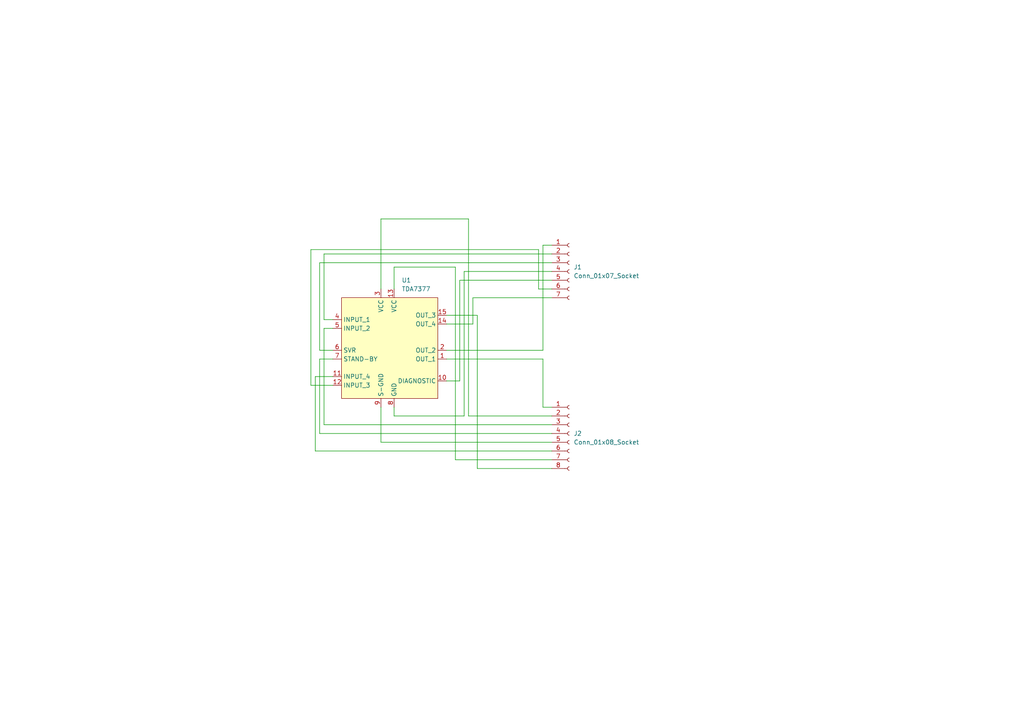
<source format=kicad_sch>
(kicad_sch (version 20230121) (generator eeschema)
  (paper "A4")
  (lib_symbols
    (symbol "Connector:Conn_01x07_Socket" (pin_names (offset 1.016) hide)
      (property "Reference" "J" (at 0 10.16 0))
      (property "Value" "Conn_01x07_Socket" (at 0 -10.16 0))
      (symbol "Conn_01x07_Socket_1_1"
        (arc (start 0 -7.112) (mid -0.5058 -7.62) (end 0 -8.128) (stroke (width 0.1524)))
        (arc (start 0 -4.572) (mid -0.5058 -5.08) (end 0 -5.588) (stroke (width 0.1524)))
        (arc (start 0 -2.032) (mid -0.5058 -2.54) (end 0 -3.048) (stroke (width 0.1524)))
        (polyline (pts (xy -1.27 -7.62) (xy -0.508 -7.62)) (stroke (width 0.1524)))
        (polyline (pts (xy -1.27 -5.08) (xy -0.508 -5.08)) (stroke (width 0.1524)))
        (polyline (pts (xy -1.27 -2.54) (xy -0.508 -2.54)) (stroke (width 0.1524)))
        (polyline (pts (xy -1.27 0) (xy -0.508 0)) (stroke (width 0.1524)))
        (polyline (pts (xy -1.27 2.54) (xy -0.508 2.54)) (stroke (width 0.1524)))
        (polyline (pts (xy -1.27 5.08) (xy -0.508 5.08)) (stroke (width 0.1524)))
        (polyline (pts (xy -1.27 7.62) (xy -0.508 7.62)) (stroke (width 0.1524)))
        (arc (start 0 0.508) (mid -0.5058 0) (end 0 -0.508) (stroke (width 0.1524)))
        (arc (start 0 3.048) (mid -0.5058 2.54) (end 0 2.032) (stroke (width 0.1524)))
        (arc (start 0 5.588) (mid -0.5058 5.08) (end 0 4.572) (stroke (width 0.1524)))
        (arc (start 0 8.128) (mid -0.5058 7.62) (end 0 7.112) (stroke (width 0.1524)))
        (pin passive line (at -5.08 7.62 0) (length 3.81) (name "Pin_1") (number "1"))
        (pin passive line (at -5.08 5.08 0) (length 3.81) (name "Pin_2") (number "2"))
        (pin passive line (at -5.08 2.54 0) (length 3.81) (name "Pin_3") (number "3"))
        (pin passive line (at -5.08 0 0) (length 3.81) (name "Pin_4") (number "4"))
        (pin passive line (at -5.08 -2.54 0) (length 3.81) (name "Pin_5") (number "5"))
        (pin passive line (at -5.08 -5.08 0) (length 3.81) (name "Pin_6") (number "6"))
        (pin passive line (at -5.08 -7.62 0) (length 3.81) (name "Pin_7") (number "7"))
      )
    )
    (symbol "Connector:Conn_01x08_Socket" (pin_names (offset 1.016) hide)
      (property "Reference" "J" (at 0 10.16 0))
      (property "Value" "Conn_01x08_Socket" (at 0 -12.7 0))
      (symbol "Conn_01x08_Socket_1_1"
        (arc (start 0 -9.652) (mid -0.5058 -10.16) (end 0 -10.668) (stroke (width 0.1524)))
        (arc (start 0 -7.112) (mid -0.5058 -7.62) (end 0 -8.128) (stroke (width 0.1524)))
        (arc (start 0 -4.572) (mid -0.5058 -5.08) (end 0 -5.588) (stroke (width 0.1524)))
        (arc (start 0 -2.032) (mid -0.5058 -2.54) (end 0 -3.048) (stroke (width 0.1524)))
        (polyline (pts (xy -1.27 -10.16) (xy -0.508 -10.16)) (stroke (width 0.1524)))
        (polyline (pts (xy -1.27 -7.62) (xy -0.508 -7.62)) (stroke (width 0.1524)))
        (polyline (pts (xy -1.27 -5.08) (xy -0.508 -5.08)) (stroke (width 0.1524)))
        (polyline (pts (xy -1.27 -2.54) (xy -0.508 -2.54)) (stroke (width 0.1524)))
        (polyline (pts (xy -1.27 0) (xy -0.508 0)) (stroke (width 0.1524)))
        (polyline (pts (xy -1.27 2.54) (xy -0.508 2.54)) (stroke (width 0.1524)))
        (polyline (pts (xy -1.27 5.08) (xy -0.508 5.08)) (stroke (width 0.1524)))
        (polyline (pts (xy -1.27 7.62) (xy -0.508 7.62)) (stroke (width 0.1524)))
        (arc (start 0 0.508) (mid -0.5058 0) (end 0 -0.508) (stroke (width 0.1524)))
        (arc (start 0 3.048) (mid -0.5058 2.54) (end 0 2.032) (stroke (width 0.1524)))
        (arc (start 0 5.588) (mid -0.5058 5.08) (end 0 4.572) (stroke (width 0.1524)))
        (arc (start 0 8.128) (mid -0.5058 7.62) (end 0 7.112) (stroke (width 0.1524)))
        (pin passive line (at -5.08 7.62 0) (length 3.81) (name "Pin_1") (number "1"))
        (pin passive line (at -5.08 5.08 0) (length 3.81) (name "Pin_2") (number "2"))
        (pin passive line (at -5.08 2.54 0) (length 3.81) (name "Pin_3") (number "3"))
        (pin passive line (at -5.08 0 0) (length 3.81) (name "Pin_4") (number "4"))
        (pin passive line (at -5.08 -2.54 0) (length 3.81) (name "Pin_5") (number "5"))
        (pin passive line (at -5.08 -5.08 0) (length 3.81) (name "Pin_6") (number "6"))
        (pin passive line (at -5.08 -7.62 0) (length 3.81) (name "Pin_7") (number "7"))
        (pin passive line (at -5.08 -10.16 0) (length 3.81) (name "Pin_8") (number "8"))
      )
    )
    (symbol "TDA7377:TDA7377"
      (property "Reference" "U" (at 2.54 1.27 0))
      (property "Value" "TDA7377" (at 2.54 -2.54 0))
      (symbol "TDA7377_0_0"
        (pin output line (at 17.78 -5.08 180) (length 2.54) (name "OUT_1") (number "1"))
        (pin output line (at 17.78 -11.43 180) (length 2.54) (name "DIAGNOSTIC") (number "10"))
        (pin input line (at -15.24 -10.16 0) (length 2.54) (name "INPUT_4") (number "11"))
        (pin input line (at -15.24 -12.7 0) (length 2.54) (name "INPUT_3") (number "12"))
        (pin power_in line (at 2.54 15.24 270) (length 2.54) (name "VCC") (number "13"))
        (pin output line (at 17.78 5.08 180) (length 2.54) (name "OUT_4") (number "14"))
        (pin output line (at 17.78 7.62 180) (length 2.54) (name "OUT_3") (number "15"))
        (pin output line (at 17.78 -2.54 180) (length 2.54) (name "OUT_2") (number "2"))
        (pin power_in line (at -1.27 15.24 270) (length 2.54) (name "VCC") (number "3"))
        (pin input line (at -15.24 6.35 0) (length 2.54) (name "INPUT_1") (number "4"))
        (pin input line (at -15.24 3.81 0) (length 2.54) (name "INPUT_2") (number "5"))
        (pin bidirectional line (at -15.24 -2.54 0) (length 2.54) (name "SVR") (number "6"))
        (pin input line (at -15.24 -5.08 0) (length 2.54) (name "STAND-BY") (number "7"))
        (pin power_in line (at 2.54 -19.05 90) (length 2.54) (name "GND") (number "8"))
        (pin power_in line (at -1.27 -19.05 90) (length 2.54) (name "S-GND") (number "9"))
      )
      (symbol "TDA7377_1_1"
        (rectangle (start -12.7 12.7) (end 15.24 -16.51) (fill (type background)))
      )
    )
  )
  (wire (pts (xy 129.54 93.98) (xy 137.16 93.98)))
  (wire (pts (xy 110.49 128.27) (xy 110.49 118.11)))
  (wire (pts (xy 110.49 83.82) (xy 110.49 63.5)))
  (wire (pts (xy 92.71 125.73) (xy 92.71 104.14)))
  (wire (pts (xy 134.62 78.74) (xy 134.62 120.65)))
  (wire (pts (xy 160.02 78.74) (xy 134.62 78.74)))
  (wire (pts (xy 160.02 123.19) (xy 93.98 123.19)))
  (wire (pts (xy 92.71 101.6) (xy 96.52 101.6)))
  (wire (pts (xy 160.02 133.35) (xy 132.08 133.35)))
  (wire (pts (xy 110.49 63.5) (xy 135.89 63.5)))
  (wire (pts (xy 90.17 72.39) (xy 156.21 72.39)))
  (wire (pts (xy 138.43 91.44) (xy 129.54 91.44)))
  (wire (pts (xy 138.43 135.89) (xy 138.43 91.44)))
  (wire (pts (xy 156.21 72.39) (xy 156.21 83.82)))
  (wire (pts (xy 156.21 83.82) (xy 160.02 83.82)))
  (wire (pts (xy 114.3 77.47) (xy 114.3 83.82)))
  (wire (pts (xy 160.02 118.11) (xy 157.48 118.11)))
  (wire (pts (xy 91.44 109.22) (xy 96.52 109.22)))
  (wire (pts (xy 96.52 111.76) (xy 90.17 111.76)))
  (wire (pts (xy 135.89 120.65) (xy 160.02 120.65)))
  (wire (pts (xy 157.48 104.14) (xy 129.54 104.14)))
  (wire (pts (xy 114.3 120.65) (xy 114.3 118.11)))
  (wire (pts (xy 157.48 101.6) (xy 157.48 71.12)))
  (wire (pts (xy 132.08 77.47) (xy 114.3 77.47)))
  (wire (pts (xy 160.02 81.28) (xy 133.35 81.28)))
  (wire (pts (xy 132.08 133.35) (xy 132.08 77.47)))
  (wire (pts (xy 133.35 81.28) (xy 133.35 110.49)))
  (wire (pts (xy 92.71 104.14) (xy 96.52 104.14)))
  (wire (pts (xy 93.98 95.25) (xy 96.52 95.25)))
  (wire (pts (xy 157.48 118.11) (xy 157.48 104.14)))
  (wire (pts (xy 92.71 76.2) (xy 92.71 101.6)))
  (wire (pts (xy 160.02 130.81) (xy 91.44 130.81)))
  (wire (pts (xy 137.16 86.36) (xy 137.16 93.98)))
  (wire (pts (xy 138.43 135.89) (xy 160.02 135.89)))
  (wire (pts (xy 160.02 76.2) (xy 92.71 76.2)))
  (wire (pts (xy 160.02 128.27) (xy 110.49 128.27)))
  (wire (pts (xy 135.89 63.5) (xy 135.89 120.65)))
  (wire (pts (xy 160.02 125.73) (xy 92.71 125.73)))
  (wire (pts (xy 133.35 110.49) (xy 129.54 110.49)))
  (wire (pts (xy 134.62 120.65) (xy 114.3 120.65)))
  (wire (pts (xy 160.02 86.36) (xy 137.16 86.36)))
  (wire (pts (xy 93.98 123.19) (xy 93.98 95.25)))
  (wire (pts (xy 129.54 101.6) (xy 157.48 101.6)))
  (wire (pts (xy 160.02 73.66) (xy 93.98 73.66)))
  (wire (pts (xy 90.17 111.76) (xy 90.17 72.39)))
  (wire (pts (xy 93.98 73.66) (xy 93.98 92.71)))
  (wire (pts (xy 157.48 71.12) (xy 160.02 71.12)))
  (wire (pts (xy 93.98 92.71) (xy 96.52 92.71)))
  (wire (pts (xy 91.44 130.81) (xy 91.44 109.22)))
  (symbol (lib_id "TDA7377:TDA7377") (at 111.76 99.06 0) (unit 1)
    (property "Reference" "U1" (at 116.4941 81.28 0) (effects (justify left)))
    (property "Value" "TDA7377" (at 116.4941 83.82 0) (effects (justify left)))
    (property "Footprint" "Package_TO_SOT_THT:TO-220-15_P2.54x2.54mm_StaggerOdd_Lead4.58mm_Vertical" (effects hide))
  )
  (symbol (lib_id "Connector:Conn_01x08_Socket") (at 165.1 125.73 0) (unit 1)
    (property "Reference" "J2" (at 166.37 125.73 0) (effects (justify left)))
    (property "Value" "Conn_01x08_Socket" (at 166.37 128.27 0) (effects (justify left)))
    (property "Footprint" "Connector_PinHeader_2.54mm:PinHeader_1x08_P2.54mm_Vertical" (effects hide))
  )
  (symbol (lib_id "Connector:Conn_01x07_Socket") (at 165.1 78.74 0) (unit 1)
    (property "Reference" "J1" (at 166.37 77.47 0) (effects (justify left)))
    (property "Value" "Conn_01x07_Socket" (at 166.37 80.01 0) (effects (justify left)))
    (property "Footprint" "Connector_PinHeader_2.54mm:PinHeader_1x07_P2.54mm_Vertical" (effects hide))
  )
)
</source>
